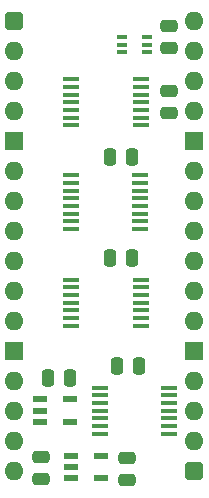
<source format=gts>
%TF.GenerationSoftware,KiCad,Pcbnew,9.0.7-9.0.7~ubuntu24.04.1*%
%TF.CreationDate,2026-01-16T09:10:36+02:00*%
%TF.ProjectId,Device Decode stage A,44657669-6365-4204-9465-636f64652073,V1*%
%TF.SameCoordinates,Original*%
%TF.FileFunction,Soldermask,Top*%
%TF.FilePolarity,Negative*%
%FSLAX46Y46*%
G04 Gerber Fmt 4.6, Leading zero omitted, Abs format (unit mm)*
G04 Created by KiCad (PCBNEW 9.0.7-9.0.7~ubuntu24.04.1) date 2026-01-16 09:10:36*
%MOMM*%
%LPD*%
G01*
G04 APERTURE LIST*
G04 Aperture macros list*
%AMRoundRect*
0 Rectangle with rounded corners*
0 $1 Rounding radius*
0 $2 $3 $4 $5 $6 $7 $8 $9 X,Y pos of 4 corners*
0 Add a 4 corners polygon primitive as box body*
4,1,4,$2,$3,$4,$5,$6,$7,$8,$9,$2,$3,0*
0 Add four circle primitives for the rounded corners*
1,1,$1+$1,$2,$3*
1,1,$1+$1,$4,$5*
1,1,$1+$1,$6,$7*
1,1,$1+$1,$8,$9*
0 Add four rect primitives between the rounded corners*
20,1,$1+$1,$2,$3,$4,$5,0*
20,1,$1+$1,$4,$5,$6,$7,0*
20,1,$1+$1,$6,$7,$8,$9,0*
20,1,$1+$1,$8,$9,$2,$3,0*%
G04 Aperture macros list end*
%ADD10RoundRect,0.250000X0.475000X-0.250000X0.475000X0.250000X-0.475000X0.250000X-0.475000X-0.250000X0*%
%ADD11RoundRect,0.250000X0.250000X0.475000X-0.250000X0.475000X-0.250000X-0.475000X0.250000X-0.475000X0*%
%ADD12R,1.250000X0.600000*%
%ADD13R,1.150000X0.600000*%
%ADD14RoundRect,0.400000X-0.400000X-0.400000X0.400000X-0.400000X0.400000X0.400000X-0.400000X0.400000X0*%
%ADD15O,1.600000X1.600000*%
%ADD16R,1.600000X1.600000*%
%ADD17R,1.475000X0.450000*%
%ADD18R,1.450000X0.450000*%
%ADD19RoundRect,0.250000X-0.475000X0.250000X-0.475000X-0.250000X0.475000X-0.250000X0.475000X0.250000X0*%
%ADD20R,0.875000X0.450000*%
G04 APERTURE END LIST*
D10*
%TO.C,C10*%
X2256000Y-38846012D03*
X2256000Y-36946012D03*
%TD*%
D11*
%TO.C,C3*%
X4744000Y-30226000D03*
X2844000Y-30226000D03*
%TD*%
D12*
%TO.C,IC4*%
X2179000Y-32070000D03*
X2179000Y-33020000D03*
X2179000Y-33970000D03*
X4679000Y-33970000D03*
X4679000Y-32070000D03*
%TD*%
D13*
%TO.C,IC1*%
X4766000Y-36835012D03*
X4766000Y-37785012D03*
X4766000Y-38735012D03*
X7366000Y-38735012D03*
X7366000Y-36835012D03*
%TD*%
D14*
%TO.C,J1*%
X0Y0D03*
D15*
X0Y-2540000D03*
X0Y-5080000D03*
X0Y-7620000D03*
D16*
X0Y-10160000D03*
D15*
X0Y-12700000D03*
X0Y-15240000D03*
X0Y-17780000D03*
X0Y-20320000D03*
X0Y-22860000D03*
X0Y-25400000D03*
D16*
X0Y-27940000D03*
D15*
X0Y-30480000D03*
X0Y-33020000D03*
X0Y-35560000D03*
X0Y-38100000D03*
D14*
X15240000Y-38100000D03*
D15*
X15240000Y-35560000D03*
X15240000Y-33020000D03*
X15240000Y-30480000D03*
D16*
X15240000Y-27940000D03*
D15*
X15240000Y-25400000D03*
X15240000Y-22860000D03*
X15240000Y-20320000D03*
X15240000Y-17780000D03*
X15240000Y-15240000D03*
X15240000Y-12700000D03*
D16*
X15240000Y-10160000D03*
D15*
X15240000Y-7620000D03*
X15240000Y-5080000D03*
X15240000Y-2540000D03*
X15240000Y0D03*
%TD*%
D17*
%TO.C,IC3*%
X4809000Y-4969842D03*
X4809000Y-5619842D03*
X4809000Y-6269842D03*
X4809000Y-6919842D03*
X4809000Y-7569842D03*
X4809000Y-8219842D03*
X4809000Y-8869842D03*
X10685000Y-8869842D03*
X10685000Y-8219842D03*
X10685000Y-7569842D03*
X10685000Y-6919842D03*
X10685000Y-6269842D03*
X10685000Y-5619842D03*
X10685000Y-4969842D03*
%TD*%
%TO.C,IC6*%
X4809000Y-21926000D03*
X4809000Y-22576000D03*
X4809000Y-23226000D03*
X4809000Y-23876000D03*
X4809000Y-24526000D03*
X4809000Y-25176000D03*
X4809000Y-25826000D03*
X10685000Y-25826000D03*
X10685000Y-25176000D03*
X10685000Y-24526000D03*
X10685000Y-23876000D03*
X10685000Y-23226000D03*
X10685000Y-22576000D03*
X10685000Y-21926000D03*
%TD*%
D18*
%TO.C,IC2*%
X4822000Y-13092000D03*
X4822000Y-13742000D03*
X4822000Y-14392000D03*
X4822000Y-15042000D03*
X4822000Y-15692000D03*
X4822000Y-16342000D03*
X4822000Y-16992000D03*
X4822000Y-17642000D03*
X10672000Y-17642000D03*
X10672000Y-16992000D03*
X10672000Y-16342000D03*
X10672000Y-15692000D03*
X10672000Y-15042000D03*
X10672000Y-14392000D03*
X10672000Y-13742000D03*
X10672000Y-13092000D03*
%TD*%
D11*
%TO.C,C5*%
X9951000Y-11557000D03*
X8051000Y-11557000D03*
%TD*%
%TO.C,C2*%
X10586000Y-29210000D03*
X8686000Y-29210000D03*
%TD*%
D10*
%TO.C,C11*%
X9525000Y-38907000D03*
X9525000Y-37007000D03*
%TD*%
D17*
%TO.C,IC13*%
X7222000Y-31070000D03*
X7222000Y-31720000D03*
X7222000Y-32370000D03*
X7222000Y-33020000D03*
X7222000Y-33670000D03*
X7222000Y-34320000D03*
X7222000Y-34970000D03*
X13098000Y-34970000D03*
X13098000Y-34320000D03*
X13098000Y-33670000D03*
X13098000Y-33020000D03*
X13098000Y-32370000D03*
X13098000Y-31720000D03*
X13098000Y-31070000D03*
%TD*%
D10*
%TO.C,C12*%
X13081000Y-2331000D03*
X13081000Y-431000D03*
%TD*%
D19*
%TO.C,C1*%
X13081000Y-5924000D03*
X13081000Y-7824000D03*
%TD*%
D11*
%TO.C,C9*%
X9951000Y-20066000D03*
X8051000Y-20066000D03*
%TD*%
D20*
%TO.C,IC5*%
X9098000Y-1382000D03*
X9098000Y-2032000D03*
X9098000Y-2682000D03*
X11222000Y-2682000D03*
X11222000Y-2032000D03*
X11222000Y-1382000D03*
%TD*%
M02*

</source>
